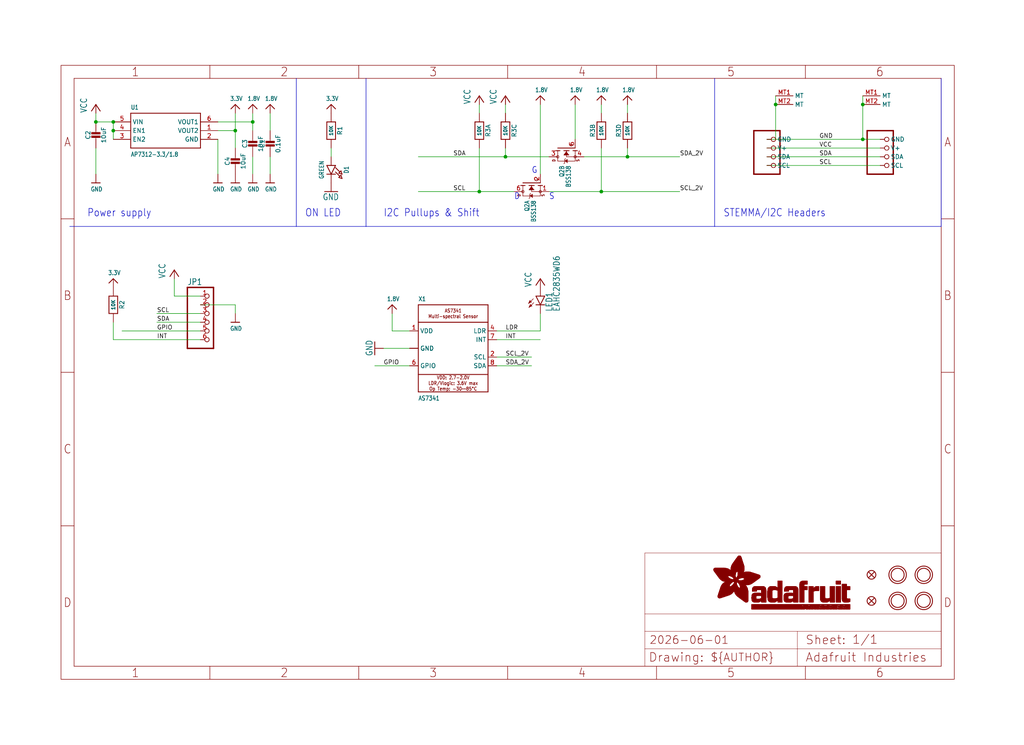
<source format=kicad_sch>
(kicad_sch (version 20230121) (generator eeschema)
  (paper "User" 298.45 217.322)
  (lib_symbols
    (symbol "working-eagle-import:1.8V" (power)
      (property "Value" "1.8V" (at -1.524 1.016 0))
      (symbol "1.8V_1_0"
        (pin power_in line (at 0 -2.54 90) (length 2.54) (name "1.8V") (number "1"))
      )
    )
    (symbol "working-eagle-import:3.3V" (power)
      (property "Value" "3.3V" (at -1.524 1.016 0))
      (symbol "3.3V_1_0"
        (pin power_in line (at 0 -2.54 90) (length 2.54) (name "3.3V") (number "1"))
      )
    )
    (symbol "working-eagle-import:AS7341"
      (property "Reference" "X" (at -10.16 13.716 0))
      (symbol "AS7341_1_0"
        (text "AS7341\nMulti-spectral Sensor" (at 0 10.16 0) (effects (font (size 1.016 0.8636))))
        (text "VDD: 2.7-2.0V\nLDR/Vlogic: 3.6V max\nOp Temp: -30~~85°C" (at 0 -10.16 0) (effects (font (size 1.016 0.8636))))
        (pin power_in line (at -12.7 5.08 0) (length 2.54) (name "VDD") (number "1"))
        (pin input line (at 12.7 -2.54 180) (length 2.54) (name "SCL") (number "2"))
        (pin power_in line (at -12.7 0 0) (length 2.54) (name "GND") (number "3"))
        (pin bidirectional line (at 12.7 5.08 180) (length 2.54) (name "LDR") (number "4"))
        (pin power_in line (at -12.7 0 0) (length 2.54) (name "GND") (number "5"))
        (pin power_in line (at -12.7 -5.08 0) (length 2.54) (name "GPIO") (number "6"))
        (pin output line (at 12.7 2.54 180) (length 2.54) (name "INT") (number "7"))
        (pin bidirectional line (at 12.7 -5.08 180) (length 2.54) (name "SDA") (number "8"))
      )
    )
    (symbol "working-eagle-import:CAP_CERAMIC0603_NO"
      (property "Reference" "C" (at -2.29 1.25 90))
      (symbol "CAP_CERAMIC0603_NO_1_0"
        (pin passive line (at 0 5.08 270) (length 2.54) (name "1") (number "1"))
        (pin passive line (at 0 -2.54 90) (length 2.54) (name "2") (number "2"))
      )
    )
    (symbol "working-eagle-import:CAP_CERAMIC0805-NOOUTLINE"
      (property "Reference" "C" (at -2.29 1.25 90))
      (symbol "CAP_CERAMIC0805-NOOUTLINE_1_0"
        (pin passive line (at 0 5.08 270) (length 2.54) (name "1") (number "1"))
        (pin passive line (at 0 -2.54 90) (length 2.54) (name "2") (number "2"))
      )
    )
    (symbol "working-eagle-import:FIDUCIAL_1MM")
    (symbol "working-eagle-import:FRAME_A4_ADAFRUIT"
      (symbol "FRAME_A4_ADAFRUIT_1_0"
        (text "${#}/${##}" (at 230.505 10.16 0) (effects (font (size 2.54 2.54)) (justify left bottom)))
        (text "${AUTHOR}" (at 189.23 5.08 0) (effects (font (size 2.286 2.286)) (justify left bottom)))
        (text "${CURRENT_DATE}" (at 171.45 10.16 0) (effects (font (size 2.286 2.286)) (justify left bottom)))
        (text "${PROJECTNAME}" (at 171.45 15.24 0) (effects (font (size 2.54 2.54)) (justify left bottom)))
        (text "1" (at 21.6958 1.905 0) (effects (font (size 2.54 2.286))))
        (text "1" (at 21.6958 177.165 0) (effects (font (size 2.54 2.286))))
        (text "2" (at 65.0875 1.905 0) (effects (font (size 2.54 2.286))))
        (text "2" (at 65.0875 177.165 0) (effects (font (size 2.54 2.286))))
        (text "3" (at 108.4792 1.905 0) (effects (font (size 2.54 2.286))))
        (text "3" (at 108.4792 177.165 0) (effects (font (size 2.54 2.286))))
        (text "4" (at 151.8708 1.905 0) (effects (font (size 2.54 2.286))))
        (text "4" (at 151.8708 177.165 0) (effects (font (size 2.54 2.286))))
        (text "5" (at 195.2625 1.905 0) (effects (font (size 2.54 2.286))))
        (text "5" (at 195.2625 177.165 0) (effects (font (size 2.54 2.286))))
        (text "6" (at 238.6542 1.905 0) (effects (font (size 2.54 2.286))))
        (text "6" (at 238.6542 177.165 0) (effects (font (size 2.54 2.286))))
        (text "A" (at 1.905 156.6863 0) (effects (font (size 2.54 2.286))))
        (text "A" (at 258.445 156.6863 0) (effects (font (size 2.54 2.286))))
        (text "Adafruit Industries" (at 216.916 4.953 0) (effects (font (size 2.54 2.54)) (justify left bottom)))
        (text "B" (at 1.905 111.9188 0) (effects (font (size 2.54 2.286))))
        (text "B" (at 258.445 111.9188 0) (effects (font (size 2.54 2.286))))
        (text "C" (at 1.905 67.1513 0) (effects (font (size 2.54 2.286))))
        (text "C" (at 258.445 67.1513 0) (effects (font (size 2.54 2.286))))
        (text "D" (at 1.905 22.3838 0) (effects (font (size 2.54 2.286))))
        (text "D" (at 258.445 22.3838 0) (effects (font (size 2.54 2.286))))
        (text "Drawing:" (at 171.196 4.953 0) (effects (font (size 2.54 2.54)) (justify left bottom)))
        (text "Sheet:" (at 216.916 10.033 0) (effects (font (size 2.54 2.54)) (justify left bottom)))
      )
    )
    (symbol "working-eagle-import:GND" (power)
      (property "Value" "GND" (at -1.524 -2.54 0))
      (symbol "GND_1_0"
        (pin power_in line (at 0 2.54 270) (length 2.54) (name "GND") (number "1"))
      )
    )
    (symbol "working-eagle-import:HEADER-1X670MIL"
      (property "Reference" "JP" (at -6.35 10.795 0))
      (symbol "HEADER-1X670MIL_1_0"
        (pin passive inverted (at -2.54 7.62 0) (length 2.54) (name "1") (number "1"))
        (pin passive inverted (at -2.54 5.08 0) (length 2.54) (name "2") (number "2"))
        (pin passive inverted (at -2.54 2.54 0) (length 2.54) (name "3") (number "3"))
        (pin passive inverted (at -2.54 0 0) (length 2.54) (name "4") (number "4"))
        (pin passive inverted (at -2.54 -2.54 0) (length 2.54) (name "5") (number "5"))
        (pin passive inverted (at -2.54 -5.08 0) (length 2.54) (name "6") (number "6"))
      )
    )
    (symbol "working-eagle-import:LED0603_NOOUTLINE"
      (property "Reference" "D" (at -1.27 4.445 0))
      (symbol "LED0603_NOOUTLINE_1_0"
        (pin passive line (at -5.08 0 0) (length 2.54) (name "A") (number "A"))
        (pin passive line (at 2.54 0 180) (length 2.54) (name "C") (number "C"))
      )
    )
    (symbol "working-eagle-import:LEDKA-3528ASYC"
      (property "Reference" "LED" (at 3.556 -4.572 90))
      (symbol "LEDKA-3528ASYC_1_0"
        (pin passive line (at 0 2.54 270) (length 2.54) (name "A") (number "A"))
        (pin passive line (at 0 -5.08 90) (length 2.54) (name "C") (number "C"))
      )
    )
    (symbol "working-eagle-import:MOSFET-N_DUAL"
      (property "Reference" "Q" (at 5.08 0.635 0))
      (symbol "MOSFET-N_DUAL_1_0"
        (text "D" (at 3.175 3.175 0) (effects (font (size 0.8128 0.6908)) (justify left bottom)))
        (text "G" (at -1.27 -1.905 0) (effects (font (size 0.8128 0.6908)) (justify left bottom)))
        (text "S" (at 3.175 -3.81 0) (effects (font (size 0.8128 0.6908)) (justify left bottom)))
        (pin bidirectional line (at 2.54 -5.08 90) (length 2.54) (name "S") (number "1"))
        (pin bidirectional line (at -2.54 -2.54 0) (length 2.54) (name "G") (number "2"))
        (pin bidirectional line (at 2.54 5.08 270) (length 2.54) (name "D") (number "6"))
      )
      (symbol "MOSFET-N_DUAL_2_0"
        (text "D" (at 3.175 3.175 0) (effects (font (size 0.8128 0.6908)) (justify left bottom)))
        (text "G" (at -1.27 -1.905 0) (effects (font (size 0.8128 0.6908)) (justify left bottom)))
        (text "S" (at 3.175 -3.81 0) (effects (font (size 0.8128 0.6908)) (justify left bottom)))
        (pin bidirectional line (at 2.54 5.08 270) (length 2.54) (name "D") (number "3"))
        (pin bidirectional line (at 2.54 -5.08 90) (length 2.54) (name "S") (number "4"))
        (pin bidirectional line (at -2.54 -2.54 0) (length 2.54) (name "G") (number "5"))
      )
    )
    (symbol "working-eagle-import:MOUNTINGHOLE2.5")
    (symbol "working-eagle-import:RESISTOR_0603_NOOUT"
      (property "Reference" "R" (at 0 2.54 0))
      (symbol "RESISTOR_0603_NOOUT_1_0"
        (pin passive line (at -5.08 0 0) (length 2.54) (name "1") (number "1"))
        (pin passive line (at 5.08 0 180) (length 2.54) (name "2") (number "2"))
      )
    )
    (symbol "working-eagle-import:RESISTOR_4PACK"
      (property "Reference" "R" (at 0 2.54 0))
      (symbol "RESISTOR_4PACK_1_0"
        (pin passive line (at -5.08 0 0) (length 2.54) (name "1") (number "1"))
        (pin passive line (at 5.08 0 180) (length 2.54) (name "2") (number "8"))
      )
      (symbol "RESISTOR_4PACK_2_0"
        (pin passive line (at -5.08 0 0) (length 2.54) (name "1") (number "2"))
        (pin passive line (at 5.08 0 180) (length 2.54) (name "2") (number "7"))
      )
      (symbol "RESISTOR_4PACK_3_0"
        (pin passive line (at -5.08 0 0) (length 2.54) (name "1") (number "3"))
        (pin passive line (at 5.08 0 180) (length 2.54) (name "2") (number "6"))
      )
      (symbol "RESISTOR_4PACK_4_0"
        (pin passive line (at -5.08 0 0) (length 2.54) (name "1") (number "4"))
        (pin passive line (at 5.08 0 180) (length 2.54) (name "2") (number "5"))
      )
    )
    (symbol "working-eagle-import:STEMMA_I2C_QT"
      (symbol "STEMMA_I2C_QT_1_0"
        (pin passive inverted (at 0 5.08 0) (length 2.54) (name "GND") (number "1"))
        (pin passive inverted (at 0 2.54 0) (length 2.54) (name "V+") (number "2"))
        (pin passive inverted (at 0 0 0) (length 2.54) (name "SDA") (number "3"))
        (pin passive inverted (at 0 -2.54 0) (length 2.54) (name "SCL") (number "4"))
      )
      (symbol "STEMMA_I2C_QT_2_0"
        (pin bidirectional line (at 0 0 0) (length 5.08) (name "MT") (number "MT1"))
      )
      (symbol "STEMMA_I2C_QT_3_0"
        (pin bidirectional line (at 0 0 0) (length 5.08) (name "MT") (number "MT2"))
      )
    )
    (symbol "working-eagle-import:VCC" (power)
      (property "Value" "VCC" (at -2.54 -2.54 90))
      (symbol "VCC_1_0"
        (pin power_in line (at 0 -2.54 90) (length 2.54) (name "VCC") (number "1"))
      )
    )
    (symbol "working-eagle-import:VREG_SOT23-6_DUALAP7312"
      (property "Reference" "U" (at -10.16 6.096 0))
      (symbol "VREG_SOT23-6_DUALAP7312_1_0"
        (pin bidirectional line (at 15.24 0 180) (length 5.08) (name "VOUT2") (number "1"))
        (pin bidirectional line (at 15.24 -2.54 180) (length 5.08) (name "GND") (number "2"))
        (pin bidirectional line (at -15.24 -2.54 0) (length 5.08) (name "EN2") (number "3"))
        (pin bidirectional line (at -15.24 0 0) (length 5.08) (name "EN1") (number "4"))
        (pin bidirectional line (at -15.24 2.54 0) (length 5.08) (name "VIN") (number "5"))
        (pin bidirectional line (at 15.24 2.54 180) (length 5.08) (name "VOUT1") (number "6"))
      )
    )
    (symbol "working-eagle-import:supply1_GND" (power)
      (property "Value" "supply1_GND" (at -2.54 -2.54 0))
      (symbol "supply1_GND_1_0"
        (pin power_in line (at 0 2.54 270) (length 2.54) (name "GND") (number "1"))
      )
    )
  )
  (junction (at 182.88 45.72))
  (junction (at 147.32 45.72))
  (junction (at 226.06 30.48))
  (junction (at 139.7 55.88))
  (junction (at 73.66 35.56))
  (junction (at 251.46 40.64))
  (junction (at 68.58 38.1))
  (junction (at 33.02 35.56))
  (junction (at 251.46 30.48))
  (junction (at 27.94 35.56))
  (junction (at 175.26 55.88))
  (junction (at 33.02 38.1))
  (wire (pts (xy 27.94 50.8) (xy 27.94 43.18)) (stroke (width 0.1524)))
  (wire (pts (xy 114.3 91.44) (xy 114.3 96.52)) (stroke (width 0.1524)))
  (polyline (pts (xy 86.36 22.86) (xy 86.36 66.04)) (stroke (width 0.1524) (type solid)))
  (wire (pts (xy 68.58 88.9) (xy 68.58 91.44)) (stroke (width 0.1524)))
  (wire (pts (xy 68.58 38.1) (xy 68.58 43.18)) (stroke (width 0.1524)))
  (polyline (pts (xy 106.68 66.04) (xy 208.28 66.04)) (stroke (width 0.1524) (type solid)))
  (wire (pts (xy 139.7 43.18) (xy 139.7 55.88)) (stroke (width 0.1524)))
  (wire (pts (xy 157.48 91.44) (xy 157.48 96.52)) (stroke (width 0.1524)))
  (wire (pts (xy 58.42 86.36) (xy 50.8 86.36)) (stroke (width 0.1524)))
  (wire (pts (xy 58.42 88.9) (xy 68.58 88.9)) (stroke (width 0.1524)))
  (wire (pts (xy 256.54 40.64) (xy 251.46 40.64)) (stroke (width 0.1524)))
  (wire (pts (xy 33.02 38.1) (xy 33.02 40.64)) (stroke (width 0.1524)))
  (polyline (pts (xy 208.28 22.86) (xy 208.28 66.04)) (stroke (width 0.1524) (type solid)))
  (wire (pts (xy 147.32 43.18) (xy 147.32 45.72)) (stroke (width 0.1524)))
  (wire (pts (xy 78.74 45.72) (xy 78.74 50.8)) (stroke (width 0.1524)))
  (wire (pts (xy 58.42 99.06) (xy 33.02 99.06)) (stroke (width 0.1524)))
  (wire (pts (xy 144.78 96.52) (xy 157.48 96.52)) (stroke (width 0.1524)))
  (wire (pts (xy 144.78 99.06) (xy 157.48 99.06)) (stroke (width 0.1524)))
  (wire (pts (xy 157.48 50.8) (xy 157.48 30.48)) (stroke (width 0.1524)))
  (wire (pts (xy 147.32 33.02) (xy 147.32 30.48)) (stroke (width 0.1524)))
  (wire (pts (xy 251.46 40.64) (xy 251.46 30.48)) (stroke (width 0.1524)))
  (wire (pts (xy 251.46 30.48) (xy 251.46 27.94)) (stroke (width 0.1524)))
  (wire (pts (xy 175.26 43.18) (xy 175.26 55.88)) (stroke (width 0.1524)))
  (wire (pts (xy 33.02 35.56) (xy 33.02 38.1)) (stroke (width 0.1524)))
  (wire (pts (xy 182.88 33.02) (xy 182.88 30.48)) (stroke (width 0.1524)))
  (wire (pts (xy 73.66 45.72) (xy 73.66 50.8)) (stroke (width 0.1524)))
  (polyline (pts (xy 208.28 66.04) (xy 274.32 66.04)) (stroke (width 0.1524) (type solid)))
  (wire (pts (xy 223.52 40.64) (xy 251.46 40.64)) (stroke (width 0.1524)))
  (wire (pts (xy 147.32 45.72) (xy 121.92 45.72)) (stroke (width 0.1524)))
  (wire (pts (xy 256.54 45.72) (xy 223.52 45.72)) (stroke (width 0.1524)))
  (wire (pts (xy 160.02 45.72) (xy 147.32 45.72)) (stroke (width 0.1524)))
  (wire (pts (xy 175.26 55.88) (xy 198.12 55.88)) (stroke (width 0.1524)))
  (wire (pts (xy 63.5 35.56) (xy 73.66 35.56)) (stroke (width 0.1524)))
  (wire (pts (xy 73.66 35.56) (xy 73.66 33.02)) (stroke (width 0.1524)))
  (wire (pts (xy 50.8 86.36) (xy 50.8 81.28)) (stroke (width 0.1524)))
  (wire (pts (xy 33.02 93.98) (xy 33.02 99.06)) (stroke (width 0.1524)))
  (wire (pts (xy 226.06 27.94) (xy 226.06 30.48)) (stroke (width 0.1524)))
  (wire (pts (xy 160.02 55.88) (xy 175.26 55.88)) (stroke (width 0.1524)))
  (wire (pts (xy 96.52 45.72) (xy 96.52 43.18)) (stroke (width 0.1524)))
  (wire (pts (xy 139.7 55.88) (xy 121.92 55.88)) (stroke (width 0.1524)))
  (wire (pts (xy 144.78 104.14) (xy 154.94 104.14)) (stroke (width 0.1524)))
  (wire (pts (xy 78.74 33.02) (xy 78.74 38.1)) (stroke (width 0.1524)))
  (wire (pts (xy 154.94 106.68) (xy 144.78 106.68)) (stroke (width 0.1524)))
  (wire (pts (xy 58.42 93.98) (xy 45.72 93.98)) (stroke (width 0.1524)))
  (wire (pts (xy 68.58 33.02) (xy 68.58 38.1)) (stroke (width 0.1524)))
  (polyline (pts (xy 274.32 22.86) (xy 274.32 66.04)) (stroke (width 0.1524) (type solid)))
  (wire (pts (xy 63.5 38.1) (xy 68.58 38.1)) (stroke (width 0.1524)))
  (wire (pts (xy 223.52 43.18) (xy 256.54 43.18)) (stroke (width 0.1524)))
  (wire (pts (xy 175.26 33.02) (xy 175.26 30.48)) (stroke (width 0.1524)))
  (wire (pts (xy 111.76 101.6) (xy 119.38 101.6)) (stroke (width 0.1524)))
  (wire (pts (xy 33.02 35.56) (xy 27.94 35.56)) (stroke (width 0.1524)))
  (polyline (pts (xy 20.32 66.04) (xy 86.36 66.04)) (stroke (width 0.1524) (type solid)))
  (wire (pts (xy 58.42 91.44) (xy 45.72 91.44)) (stroke (width 0.1524)))
  (wire (pts (xy 114.3 96.52) (xy 119.38 96.52)) (stroke (width 0.1524)))
  (wire (pts (xy 226.06 30.48) (xy 226.06 40.64)) (stroke (width 0.1524)))
  (wire (pts (xy 182.88 45.72) (xy 198.12 45.72)) (stroke (width 0.1524)))
  (wire (pts (xy 73.66 35.56) (xy 73.66 38.1)) (stroke (width 0.1524)))
  (wire (pts (xy 170.18 45.72) (xy 182.88 45.72)) (stroke (width 0.1524)))
  (wire (pts (xy 223.52 48.26) (xy 256.54 48.26)) (stroke (width 0.1524)))
  (wire (pts (xy 182.88 43.18) (xy 182.88 45.72)) (stroke (width 0.1524)))
  (wire (pts (xy 63.5 40.64) (xy 63.5 50.8)) (stroke (width 0.1524)))
  (wire (pts (xy 149.86 55.88) (xy 139.7 55.88)) (stroke (width 0.1524)))
  (wire (pts (xy 27.94 33.02) (xy 27.94 35.56)) (stroke (width 0.1524)))
  (polyline (pts (xy 106.68 22.86) (xy 106.68 66.04)) (stroke (width 0.1524) (type solid)))
  (polyline (pts (xy 86.36 66.04) (xy 106.68 66.04)) (stroke (width 0.1524) (type solid)))
  (wire (pts (xy 139.7 30.48) (xy 139.7 33.02)) (stroke (width 0.1524)))
  (wire (pts (xy 167.64 40.64) (xy 167.64 30.48)) (stroke (width 0.1524)))
  (wire (pts (xy 119.38 106.68) (xy 109.22 106.68)) (stroke (width 0.1524)))
  (wire (pts (xy 58.42 96.52) (xy 35.56 96.52)) (stroke (width 0.1524)))
  (text "I2C Pullups & Shift" (at 111.76 63.5 0) (effects (font (size 2.1844 1.8567)) (justify left bottom)))
  (text "Power supply" (at 25.4 63.5 0) (effects (font (size 2.1844 1.8567)) (justify left bottom)))
  (text "ON LED" (at 88.9 63.5 0) (effects (font (size 2.1844 1.8567)) (justify left bottom)))
  (text "STEMMA/I2C Headers" (at 210.82 63.5 0) (effects (font (size 2.1844 1.8567)) (justify left bottom)))
  (text "D" (at 149.86 58.42 0) (effects (font (size 1.778 1.5113)) (justify left bottom)))
  (text "G" (at 154.94 50.8 0) (effects (font (size 1.778 1.5113)) (justify left bottom)))
  (text "S" (at 160.02 58.42 0) (effects (font (size 1.778 1.5113)) (justify left bottom)))
  (label "SCL" (at 132.08 55.88 0) (effects (font (size 1.2446 1.2446))))
  (label "SDA" (at 238.76 45.72 0) (effects (font (size 1.2446 1.2446))))
  (label "INT" (at 45.72 99.06 0) (effects (font (size 1.2446 1.2446))))
  (label "LDR" (at 147.32 96.52 0) (effects (font (size 1.2446 1.2446))))
  (label "SDA" (at 45.72 93.98 0) (effects (font (size 1.2446 1.2446))))
  (label "SDA_2V" (at 147.32 106.68 0) (effects (font (size 1.2446 1.2446))))
  (label "GPIO" (at 45.72 96.52 0) (effects (font (size 1.2446 1.2446))))
  (label "SCL_2V" (at 198.12 55.88 0) (effects (font (size 1.2446 1.2446))))
  (label "GPIO" (at 111.76 106.68 0) (effects (font (size 1.2446 1.2446))))
  (label "SCL_2V" (at 147.32 104.14 0) (effects (font (size 1.2446 1.2446))))
  (label "VCC" (at 238.76 43.18 0) (effects (font (size 1.2446 1.2446))))
  (label "SCL" (at 238.76 48.26 0) (effects (font (size 1.2446 1.2446))))
  (label "INT" (at 147.32 99.06 0) (effects (font (size 1.2446 1.2446))))
  (label "SCL" (at 45.72 91.44 0) (effects (font (size 1.2446 1.2446))))
  (label "GND" (at 238.76 40.64 0) (effects (font (size 1.2446 1.2446))))
  (label "SDA" (at 132.08 45.72 0) (effects (font (size 1.2446 1.2446))))
  (label "SDA_2V" (at 198.12 45.72 0) (effects (font (size 1.2446 1.2446))))
  (symbol (lib_id "working-eagle-import:RESISTOR_4PACK") (at 139.7 38.1 270) (unit 1)
    (property "Reference" "R3" (at 142.24 38.1 0))
    (property "Value" "10K" (at 139.7 38.1 0) (effects (font (size 1.016 1.016) bold)))
    (property "Footprint" "working:RESPACK_4X0603" (effects hide))
  )
  (symbol (lib_id "working-eagle-import:LEDKA-3528ASYC") (at 157.48 86.36 0) (unit 1)
    (property "Reference" "LED1" (at 161.036 90.932 90) (effects (font (size 1.778 1.5113)) (justify left bottom)))
    (property "Value" "EAHC2835WD6  " (at 163.195 90.932 90) (effects (font (size 1.778 1.5113)) (justify left bottom)))
    (property "Footprint" "working:KA-3528ASYC" (effects hide))
  )
  (symbol (lib_id "working-eagle-import:MOUNTINGHOLE2.5") (at 269.24 175.26 0) (unit 1)
    (property "Reference" "U$21" (effects hide))
    (property "Value" "MOUNTINGHOLE2.5" (effects hide))
    (property "Footprint" "working:MOUNTINGHOLE_2.5_PLATED" (effects hide))
  )
  (symbol (lib_id "working-eagle-import:MOUNTINGHOLE2.5") (at 261.62 175.26 0) (unit 1)
    (property "Reference" "U$1" (effects hide))
    (property "Value" "MOUNTINGHOLE2.5" (effects hide))
    (property "Footprint" "working:MOUNTINGHOLE_2.5_PLATED" (effects hide))
  )
  (symbol (lib_id "working-eagle-import:STEMMA_I2C_QT") (at 226.06 27.94 0) (unit 2)
    (property "Reference" "CONN3" (effects hide))
    (property "Value" "STEMMA_I2C_QT" (effects hide))
    (property "Footprint" "working:JST_SH4" (effects hide))
  )
  (symbol (lib_id "working-eagle-import:STEMMA_I2C_QT") (at 223.52 45.72 0) (unit 1)
    (property "Reference" "CONN3" (effects hide))
    (property "Value" "STEMMA_I2C_QT" (effects hide))
    (property "Footprint" "working:JST_SH4" (effects hide))
  )
  (symbol (lib_id "working-eagle-import:CAP_CERAMIC0805-NOOUTLINE") (at 73.66 43.18 0) (unit 1)
    (property "Reference" "C3" (at 71.37 41.93 90))
    (property "Value" "10uF" (at 75.96 41.93 90))
    (property "Footprint" "working:0805-NO" (effects hide))
  )
  (symbol (lib_id "working-eagle-import:MOSFET-N_DUAL") (at 165.1 43.18 90) (mirror x) (unit 2)
    (property "Reference" "Q2" (at 164.465 48.26 0) (effects (font (size 1.27 1.0795)) (justify left bottom)))
    (property "Value" "BSS138" (at 166.37 48.26 0) (effects (font (size 1.27 1.0795)) (justify left bottom)))
    (property "Footprint" "working:SOT363" (effects hide))
  )
  (symbol (lib_id "working-eagle-import:VCC") (at 50.8 78.74 0) (unit 1)
    (property "Reference" "#P+4" (effects hide))
    (property "Value" "VCC" (at 48.26 81.28 90) (effects (font (size 1.778 1.5113)) (justify left bottom)))
  )
  (symbol (lib_id "working-eagle-import:supply1_GND") (at 96.52 55.88 0) (unit 1)
    (property "Reference" "#GND6" (effects hide))
    (property "Value" "GND" (at 93.98 58.42 0) (effects (font (size 1.778 1.5113)) (justify left bottom)))
  )
  (symbol (lib_id "working-eagle-import:AS7341") (at 132.08 101.6 0) (unit 1)
    (property "Reference" "X1" (at 121.92 87.884 0) (effects (font (size 1.27 1.0795)) (justify left bottom)))
    (property "Value" "AS7341" (at 121.92 116.84 0) (effects (font (size 1.27 1.0795)) (justify left bottom)))
    (property "Footprint" "working:AS7341" (effects hide))
  )
  (symbol (lib_id "working-eagle-import:1.8V") (at 157.48 27.94 0) (unit 1)
    (property "Reference" "#U$12" (effects hide))
    (property "Value" "1.8V" (at 155.956 26.924 0) (effects (font (size 1.27 1.0795)) (justify left bottom)))
  )
  (symbol (lib_id "working-eagle-import:RESISTOR_0603_NOOUT") (at 96.52 38.1 270) (unit 1)
    (property "Reference" "R1" (at 99.06 38.1 0))
    (property "Value" "10K" (at 96.52 38.1 0) (effects (font (size 1.016 1.016) bold)))
    (property "Footprint" "working:0603-NO" (effects hide))
  )
  (symbol (lib_id "working-eagle-import:1.8V") (at 78.74 30.48 0) (unit 1)
    (property "Reference" "#U$7" (effects hide))
    (property "Value" "1.8V" (at 77.216 29.464 0) (effects (font (size 1.27 1.0795)) (justify left bottom)))
  )
  (symbol (lib_id "working-eagle-import:RESISTOR_4PACK") (at 147.32 38.1 270) (unit 3)
    (property "Reference" "R3" (at 149.86 38.1 0))
    (property "Value" "10K" (at 147.32 38.1 0) (effects (font (size 1.016 1.016) bold)))
    (property "Footprint" "working:RESPACK_4X0603" (effects hide))
  )
  (symbol (lib_id "working-eagle-import:RESISTOR_4PACK") (at 182.88 38.1 90) (mirror x) (unit 4)
    (property "Reference" "R3" (at 180.34 38.1 0))
    (property "Value" "10K" (at 182.88 38.1 0) (effects (font (size 1.016 1.016) bold)))
    (property "Footprint" "working:RESPACK_4X0603" (effects hide))
  )
  (symbol (lib_id "working-eagle-import:GND") (at 27.94 53.34 0) (unit 1)
    (property "Reference" "#U$13" (effects hide))
    (property "Value" "GND" (at 26.416 55.88 0) (effects (font (size 1.27 1.0795)) (justify left bottom)))
  )
  (symbol (lib_id "working-eagle-import:HEADER-1X670MIL") (at 60.96 93.98 0) (unit 1)
    (property "Reference" "JP1" (at 54.61 83.185 0) (effects (font (size 1.778 1.5113)) (justify left bottom)))
    (property "Value" "HEADER-1X670MIL" (effects hide))
    (property "Footprint" "working:1X06_ROUND_70" (effects hide))
  )
  (symbol (lib_id "working-eagle-import:CAP_CERAMIC0805-NOOUTLINE") (at 27.94 40.64 0) (unit 1)
    (property "Reference" "C2" (at 25.65 39.39 90))
    (property "Value" "10uF" (at 30.24 39.39 90))
    (property "Footprint" "working:0805-NO" (effects hide))
  )
  (symbol (lib_id "working-eagle-import:STEMMA_I2C_QT") (at 256.54 45.72 0) (unit 1)
    (property "Reference" "CONN4" (effects hide))
    (property "Value" "STEMMA_I2C_QT" (effects hide))
    (property "Footprint" "working:JST_SH4" (effects hide))
  )
  (symbol (lib_id "working-eagle-import:CAP_CERAMIC0805-NOOUTLINE") (at 68.58 48.26 0) (unit 1)
    (property "Reference" "C4" (at 66.29 47.01 90))
    (property "Value" "10uF" (at 70.88 47.01 90))
    (property "Footprint" "working:0805-NO" (effects hide))
  )
  (symbol (lib_id "working-eagle-import:VREG_SOT23-6_DUALAP7312") (at 48.26 38.1 0) (unit 1)
    (property "Reference" "U1" (at 38.1 32.004 0) (effects (font (size 1.27 1.0795)) (justify left bottom)))
    (property "Value" "AP7312-3.3/1.8" (at 38.1 45.72 0) (effects (font (size 1.27 1.0795)) (justify left bottom)))
    (property "Footprint" "working:SOT23-6" (effects hide))
  )
  (symbol (lib_id "working-eagle-import:STEMMA_I2C_QT") (at 251.46 30.48 0) (unit 3)
    (property "Reference" "CONN4" (effects hide))
    (property "Value" "STEMMA_I2C_QT" (effects hide))
    (property "Footprint" "working:JST_SH4" (effects hide))
  )
  (symbol (lib_id "working-eagle-import:VCC") (at 147.32 27.94 0) (unit 1)
    (property "Reference" "#P+2" (effects hide))
    (property "Value" "VCC" (at 144.78 30.48 90) (effects (font (size 1.778 1.5113)) (justify left bottom)))
  )
  (symbol (lib_id "working-eagle-import:GND") (at 73.66 53.34 0) (unit 1)
    (property "Reference" "#U$5" (effects hide))
    (property "Value" "GND" (at 72.136 55.88 0) (effects (font (size 1.27 1.0795)) (justify left bottom)))
  )
  (symbol (lib_id "working-eagle-import:STEMMA_I2C_QT") (at 226.06 30.48 0) (unit 3)
    (property "Reference" "CONN3" (effects hide))
    (property "Value" "STEMMA_I2C_QT" (effects hide))
    (property "Footprint" "working:JST_SH4" (effects hide))
  )
  (symbol (lib_id "working-eagle-import:FRAME_A4_ADAFRUIT") (at 17.78 198.12 0) (unit 1)
    (property "Reference" "#U$18" (effects hide))
    (property "Value" "FRAME_A4_ADAFRUIT" (effects hide))
  )
  (symbol (lib_id "working-eagle-import:FIDUCIAL_1MM") (at 254 175.26 0) (unit 1)
    (property "Reference" "FID3" (effects hide))
    (property "Value" "FIDUCIAL_1MM" (effects hide))
    (property "Footprint" "working:FIDUCIAL_1MM" (effects hide))
  )
  (symbol (lib_id "working-eagle-import:GND") (at 68.58 53.34 0) (unit 1)
    (property "Reference" "#U$11" (effects hide))
    (property "Value" "GND" (at 67.056 55.88 0) (effects (font (size 1.27 1.0795)) (justify left bottom)))
  )
  (symbol (lib_id "working-eagle-import:CAP_CERAMIC0603_NO") (at 78.74 43.18 0) (unit 1)
    (property "Reference" "C1" (at 76.45 41.93 90))
    (property "Value" "0.1uF" (at 81.04 41.93 90))
    (property "Footprint" "working:0603-NO" (effects hide))
  )
  (symbol (lib_id "working-eagle-import:supply1_GND") (at 109.22 101.6 270) (unit 1)
    (property "Reference" "#GND1" (effects hide))
    (property "Value" "GND" (at 106.68 99.06 0) (effects (font (size 1.778 1.5113)) (justify left bottom)))
  )
  (symbol (lib_id "working-eagle-import:MOSFET-N_DUAL") (at 154.94 53.34 90) (mirror x) (unit 1)
    (property "Reference" "Q2" (at 154.305 58.42 0) (effects (font (size 1.27 1.0795)) (justify left bottom)))
    (property "Value" "BSS138" (at 156.21 58.42 0) (effects (font (size 1.27 1.0795)) (justify left bottom)))
    (property "Footprint" "working:SOT363" (effects hide))
  )
  (symbol (lib_id "working-eagle-import:1.8V") (at 182.88 27.94 0) (unit 1)
    (property "Reference" "#U$15" (effects hide))
    (property "Value" "1.8V" (at 181.356 26.924 0) (effects (font (size 1.27 1.0795)) (justify left bottom)))
  )
  (symbol (lib_id "working-eagle-import:FIDUCIAL_1MM") (at 254 167.64 0) (unit 1)
    (property "Reference" "FID4" (effects hide))
    (property "Value" "FIDUCIAL_1MM" (effects hide))
    (property "Footprint" "working:FIDUCIAL_1MM" (effects hide))
  )
  (symbol (lib_id "working-eagle-import:MOUNTINGHOLE2.5") (at 269.24 167.64 0) (unit 1)
    (property "Reference" "U$19" (effects hide))
    (property "Value" "MOUNTINGHOLE2.5" (effects hide))
    (property "Footprint" "working:MOUNTINGHOLE_2.5_PLATED" (effects hide))
  )
  (symbol (lib_id "working-eagle-import:3.3V") (at 96.52 30.48 0) (unit 1)
    (property "Reference" "#U$8" (effects hide))
    (property "Value" "3.3V" (at 94.996 29.464 0) (effects (font (size 1.27 1.0795)) (justify left bottom)))
  )
  (symbol (lib_id "working-eagle-import:1.8V") (at 167.64 27.94 0) (unit 1)
    (property "Reference" "#U$9" (effects hide))
    (property "Value" "1.8V" (at 166.116 26.924 0) (effects (font (size 1.27 1.0795)) (justify left bottom)))
  )
  (symbol (lib_id "working-eagle-import:1.8V") (at 114.3 88.9 0) (unit 1)
    (property "Reference" "#U$16" (effects hide))
    (property "Value" "1.8V" (at 112.776 87.884 0) (effects (font (size 1.27 1.0795)) (justify left bottom)))
  )
  (symbol (lib_id "working-eagle-import:RESISTOR_4PACK") (at 175.26 38.1 90) (mirror x) (unit 2)
    (property "Reference" "R3" (at 172.72 38.1 0))
    (property "Value" "10K" (at 175.26 38.1 0) (effects (font (size 1.016 1.016) bold)))
    (property "Footprint" "working:RESPACK_4X0603" (effects hide))
  )
  (symbol (lib_id "working-eagle-import:LED0603_NOOUTLINE") (at 96.52 50.8 270) (unit 1)
    (property "Reference" "D1" (at 100.965 49.53 0) (effects (font (size 1.27 1.0795))))
    (property "Value" "GREEN" (at 93.726 49.53 0) (effects (font (size 1.27 1.0795))))
    (property "Footprint" "working:CHIPLED_0603_NOOUTLINE" (effects hide))
  )
  (symbol (lib_id "working-eagle-import:GND") (at 68.58 93.98 0) (unit 1)
    (property "Reference" "#U$10" (effects hide))
    (property "Value" "GND" (at 67.056 96.52 0) (effects (font (size 1.27 1.0795)) (justify left bottom)))
  )
  (symbol (lib_id "working-eagle-import:STEMMA_I2C_QT") (at 251.46 27.94 0) (unit 2)
    (property "Reference" "CONN4" (effects hide))
    (property "Value" "STEMMA_I2C_QT" (effects hide))
    (property "Footprint" "working:JST_SH4" (effects hide))
  )
  (symbol (lib_id "working-eagle-import:RESISTOR_0603_NOOUT") (at 33.02 88.9 270) (unit 1)
    (property "Reference" "R2" (at 35.56 88.9 0))
    (property "Value" "10K" (at 33.02 88.9 0) (effects (font (size 1.016 1.016) bold)))
    (property "Footprint" "working:0603-NO" (effects hide))
  )
  (symbol (lib_id "working-eagle-import:GND") (at 63.5 53.34 0) (unit 1)
    (property "Reference" "#U$3" (effects hide))
    (property "Value" "GND" (at 61.976 55.88 0) (effects (font (size 1.27 1.0795)) (justify left bottom)))
  )
  (symbol (lib_id "working-eagle-import:1.8V") (at 175.26 27.94 0) (unit 1)
    (property "Reference" "#U$14" (effects hide))
    (property "Value" "1.8V" (at 173.736 26.924 0) (effects (font (size 1.27 1.0795)) (justify left bottom)))
  )
  (symbol (lib_id "working-eagle-import:VCC") (at 139.7 27.94 0) (unit 1)
    (property "Reference" "#P+1" (effects hide))
    (property "Value" "VCC" (at 137.16 30.48 90) (effects (font (size 1.778 1.5113)) (justify left bottom)))
  )
  (symbol (lib_id "working-eagle-import:3.3V") (at 68.58 30.48 0) (unit 1)
    (property "Reference" "#U$20" (effects hide))
    (property "Value" "3.3V" (at 67.056 29.464 0) (effects (font (size 1.27 1.0795)) (justify left bottom)))
  )
  (symbol (lib_id "working-eagle-import:VCC") (at 157.48 81.28 0) (unit 1)
    (property "Reference" "#P+6" (effects hide))
    (property "Value" "VCC" (at 154.94 83.82 90) (effects (font (size 1.778 1.5113)) (justify left bottom)))
  )
  (symbol (lib_id "working-eagle-import:3.3V") (at 33.02 81.28 0) (unit 1)
    (property "Reference" "#U$23" (effects hide))
    (property "Value" "3.3V" (at 31.496 80.264 0) (effects (font (size 1.27 1.0795)) (justify left bottom)))
  )
  (symbol (lib_id "working-eagle-import:GND") (at 78.74 53.34 0) (unit 1)
    (property "Reference" "#U$6" (effects hide))
    (property "Value" "GND" (at 77.216 55.88 0) (effects (font (size 1.27 1.0795)) (justify left bottom)))
  )
  (symbol (lib_id "working-eagle-import:VCC") (at 27.94 30.48 0) (unit 1)
    (property "Reference" "#P+3" (effects hide))
    (property "Value" "VCC" (at 25.4 33.02 90) (effects (font (size 1.778 1.5113)) (justify left bottom)))
  )
  (symbol (lib_id "working-eagle-import:1.8V") (at 73.66 30.48 0) (unit 1)
    (property "Reference" "#U$4" (effects hide))
    (property "Value" "1.8V" (at 72.136 29.464 0) (effects (font (size 1.27 1.0795)) (justify left bottom)))
  )
  (symbol (lib_id "working-eagle-import:MOUNTINGHOLE2.5") (at 261.62 167.64 0) (unit 1)
    (property "Reference" "U$17" (effects hide))
    (property "Value" "MOUNTINGHOLE2.5" (effects hide))
    (property "Footprint" "working:MOUNTINGHOLE_2.5_PLATED" (effects hide))
  )
)
</source>
